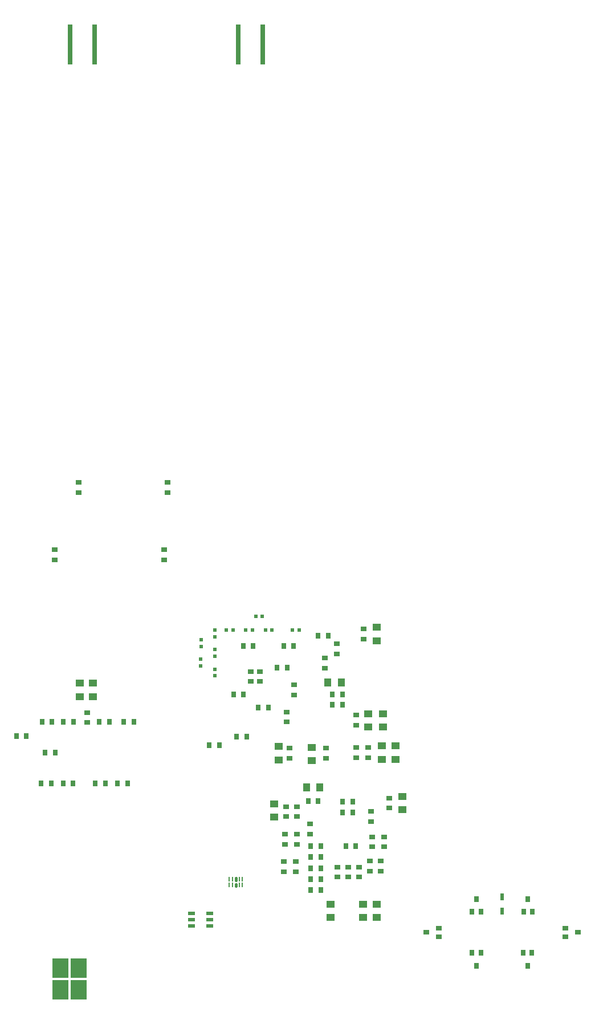
<source format=gbr>
G04 #@! TF.FileFunction,Paste,Bot*
%FSLAX46Y46*%
G04 Gerber Fmt 4.6, Leading zero omitted, Abs format (unit mm)*
G04 Created by KiCad (PCBNEW 4.0.7) date 02/12/19 19:11:38*
%MOMM*%
%LPD*%
G01*
G04 APERTURE LIST*
%ADD10C,0.100000*%
%ADD11C,0.400000*%
%ADD12R,0.889000X0.635000*%
%ADD13R,0.200000X0.675000*%
%ADD14R,0.550000X0.500000*%
%ADD15R,0.500000X0.550000*%
%ADD16R,1.300000X1.000000*%
%ADD17R,1.000000X1.300000*%
%ADD18R,0.635000X0.889000*%
%ADD19R,0.700000X0.900000*%
%ADD20R,0.900000X0.700000*%
%ADD21R,0.540000X1.060000*%
%ADD22R,2.450000X2.950000*%
%ADD23R,1.050000X0.600000*%
%ADD24R,0.800000X6.000000*%
G04 APERTURE END LIST*
D10*
D11*
X56900000Y-171637500D02*
X56900000Y-171362500D01*
X56900000Y-172512500D02*
X56900000Y-172237500D01*
D12*
X30000000Y-124050000D03*
X30000000Y-122550000D03*
D13*
X57900000Y-171500000D03*
X57900000Y-172375000D03*
X55900000Y-171500000D03*
X55900000Y-172375000D03*
X56400000Y-172375000D03*
X57400000Y-172375000D03*
X57400000Y-171500000D03*
X56400000Y-171500000D03*
D12*
X67900000Y-164800000D03*
X67900000Y-163300000D03*
X75200000Y-171188000D03*
X75200000Y-169688000D03*
X78900000Y-166700000D03*
X78900000Y-165200000D03*
D14*
X51700000Y-138800000D03*
X51700000Y-139800000D03*
X53800000Y-141300000D03*
X53800000Y-140300000D03*
X53800000Y-137400000D03*
X53800000Y-138400000D03*
X51800000Y-135950000D03*
X51800000Y-136950000D03*
D15*
X56500000Y-134500000D03*
X55500000Y-134500000D03*
D14*
X53800000Y-135500000D03*
X53800000Y-134500000D03*
D15*
X60850000Y-132500000D03*
X59850000Y-132500000D03*
X59400000Y-134500000D03*
X58400000Y-134500000D03*
X62300000Y-134500000D03*
X61300000Y-134500000D03*
X66300000Y-134500000D03*
X65300000Y-134500000D03*
D16*
X75800000Y-177200000D03*
X75800000Y-175200000D03*
X62600000Y-160300000D03*
X62600000Y-162300000D03*
D17*
X67400000Y-157900000D03*
X69400000Y-157900000D03*
D16*
X80600000Y-153700000D03*
X80600000Y-151700000D03*
X78600000Y-153700000D03*
X78600000Y-151700000D03*
X76600000Y-148900000D03*
X76600000Y-146900000D03*
X78750000Y-148900000D03*
X78750000Y-146900000D03*
X63300000Y-153800000D03*
X63300000Y-151800000D03*
X77800000Y-134100000D03*
X77800000Y-136100000D03*
D17*
X72600000Y-142300000D03*
X70600000Y-142300000D03*
D16*
X35700000Y-142400000D03*
X35700000Y-144400000D03*
X68200000Y-153900000D03*
X68200000Y-151900000D03*
X70950000Y-175200000D03*
X70950000Y-177200000D03*
X77800000Y-175200000D03*
X77800000Y-177200000D03*
X81650000Y-159200000D03*
X81650000Y-161200000D03*
X33700000Y-142400000D03*
X33700000Y-144400000D03*
D12*
X73600000Y-171188000D03*
X73600000Y-169688000D03*
X46300000Y-124050000D03*
X46300000Y-122550000D03*
X33549999Y-114100000D03*
X33549999Y-112600000D03*
X46800000Y-114100000D03*
X46800000Y-112600000D03*
D18*
X69550000Y-169850000D03*
X68050000Y-169850000D03*
X69550000Y-168150000D03*
X68050000Y-168150000D03*
D12*
X64400000Y-160700000D03*
X64400000Y-162200000D03*
X66000000Y-160700000D03*
X66000000Y-162200000D03*
X77000000Y-162900000D03*
X77000000Y-161400000D03*
D18*
X68050000Y-171500000D03*
X69550000Y-171500000D03*
X74250000Y-161600000D03*
X72750000Y-161600000D03*
X69550000Y-166550000D03*
X68050000Y-166550000D03*
D12*
X72000000Y-171188000D03*
X72000000Y-169688000D03*
D18*
X67650000Y-159900000D03*
X69150000Y-159900000D03*
D12*
X66000000Y-166300000D03*
X66000000Y-164800000D03*
X77200000Y-166700000D03*
X77200000Y-165200000D03*
X79700000Y-159450000D03*
X79700000Y-160950000D03*
D18*
X74750000Y-166600000D03*
X73250000Y-166600000D03*
D12*
X78400000Y-170300000D03*
X78400000Y-168800000D03*
X76800000Y-170300000D03*
X76800000Y-168800000D03*
X64000000Y-170400000D03*
X64000000Y-168900000D03*
X65800000Y-170400000D03*
X65800000Y-168900000D03*
X74800000Y-153450000D03*
X74800000Y-151950000D03*
X59100000Y-142150000D03*
X59100000Y-140650000D03*
X76600000Y-153450000D03*
X76600000Y-151950000D03*
D18*
X52950000Y-151600000D03*
X54450000Y-151600000D03*
X57050000Y-150300000D03*
X58550000Y-150300000D03*
X65500000Y-136900000D03*
X64000000Y-136900000D03*
X58050000Y-144050000D03*
X56550000Y-144050000D03*
D12*
X60500000Y-142150000D03*
X60500000Y-140650000D03*
X64450000Y-148150000D03*
X64450000Y-146650000D03*
X74800000Y-148650000D03*
X74800000Y-147150000D03*
D18*
X64550000Y-140100000D03*
X63050000Y-140100000D03*
X61750000Y-146000000D03*
X60250000Y-146000000D03*
D12*
X65599999Y-142650000D03*
X65599999Y-144150000D03*
X71900000Y-138050000D03*
X71900000Y-136550000D03*
D18*
X72750000Y-144100000D03*
X71250000Y-144100000D03*
D12*
X75900000Y-134350000D03*
X75900000Y-135850000D03*
D18*
X72750000Y-145550000D03*
X71250000Y-145550000D03*
D12*
X70100000Y-138650000D03*
X70100000Y-140150000D03*
X64900000Y-153550000D03*
X64900000Y-152050000D03*
D18*
X69150000Y-135300000D03*
X70650000Y-135300000D03*
D12*
X70300000Y-153550000D03*
X70300000Y-152050000D03*
D18*
X40250000Y-148100000D03*
X41750000Y-148100000D03*
X38150000Y-148100000D03*
X36650000Y-148100000D03*
X32799999Y-148100000D03*
X31299999Y-148100000D03*
X28100000Y-148100000D03*
X29600000Y-148100000D03*
X40850000Y-157300000D03*
X39350000Y-157300000D03*
X28000000Y-157300000D03*
X29500000Y-157300000D03*
X24300000Y-150200000D03*
X25800000Y-150200000D03*
X36050000Y-157300000D03*
X37550000Y-157300000D03*
X32750000Y-157300000D03*
X31250000Y-157300000D03*
D12*
X34850000Y-148250000D03*
X34850000Y-146750000D03*
D18*
X28600000Y-152700000D03*
X30100000Y-152700000D03*
X74250000Y-160000000D03*
X72750000Y-160000000D03*
D12*
X64200000Y-166300000D03*
X64200000Y-164800000D03*
D18*
X58000000Y-136900000D03*
X59500000Y-136900000D03*
X68050000Y-173100000D03*
X69550000Y-173100000D03*
D19*
X100250000Y-184350000D03*
X100900000Y-182450000D03*
X99600000Y-182450000D03*
X92650000Y-184350000D03*
X93300000Y-182450000D03*
X92000000Y-182450000D03*
D20*
X85200000Y-179400000D03*
X87100000Y-180050000D03*
X87100000Y-178750000D03*
D19*
X92650000Y-174450000D03*
X92000000Y-176350000D03*
X93300000Y-176350000D03*
X100300000Y-174450000D03*
X99650000Y-176350000D03*
X100950000Y-176350000D03*
D20*
X107750000Y-179400000D03*
X105850000Y-178750000D03*
X105850000Y-180050000D03*
D21*
X96450000Y-174130000D03*
X96450000Y-176270000D03*
D22*
X30850000Y-184700000D03*
X30850000Y-187900000D03*
X33550000Y-187900000D03*
X33550000Y-184700000D03*
D23*
X50300000Y-177500000D03*
X53000000Y-176550000D03*
X53000000Y-177500000D03*
X53000000Y-178450000D03*
X50300000Y-178450000D03*
X50300000Y-176550000D03*
D24*
X60950000Y-47500000D03*
X57250000Y-47500000D03*
X35950000Y-47500000D03*
X32250000Y-47500000D03*
M02*

</source>
